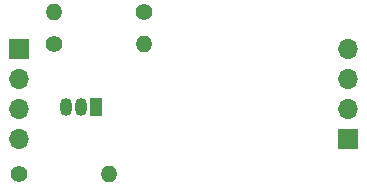
<source format=gbr>
%TF.GenerationSoftware,KiCad,Pcbnew,8.0.6*%
%TF.CreationDate,2024-12-07T18:41:01+09:00*%
%TF.ProjectId,ActuKit,41637475-4b69-4742-9e6b-696361645f70,rev?*%
%TF.SameCoordinates,Original*%
%TF.FileFunction,Copper,L2,Bot*%
%TF.FilePolarity,Positive*%
%FSLAX46Y46*%
G04 Gerber Fmt 4.6, Leading zero omitted, Abs format (unit mm)*
G04 Created by KiCad (PCBNEW 8.0.6) date 2024-12-07 18:41:01*
%MOMM*%
%LPD*%
G01*
G04 APERTURE LIST*
%TA.AperFunction,ComponentPad*%
%ADD10C,1.400000*%
%TD*%
%TA.AperFunction,ComponentPad*%
%ADD11O,1.400000X1.400000*%
%TD*%
%TA.AperFunction,ComponentPad*%
%ADD12R,1.050000X1.500000*%
%TD*%
%TA.AperFunction,ComponentPad*%
%ADD13O,1.050000X1.500000*%
%TD*%
%TA.AperFunction,ComponentPad*%
%ADD14R,1.700000X1.700000*%
%TD*%
%TA.AperFunction,ComponentPad*%
%ADD15O,1.700000X1.700000*%
%TD*%
G04 APERTURE END LIST*
D10*
%TO.P,R3,1*%
%TO.N,Net-(Q1-C)*%
X134200000Y-104700000D03*
D11*
%TO.P,R3,2*%
%TO.N,VDD*%
X141820000Y-104700000D03*
%TD*%
D10*
%TO.P,R2,1*%
%TO.N,Net-(J1-Pin_1)*%
X131200000Y-115700000D03*
D11*
%TO.P,R2,2*%
%TO.N,Net-(Q1-B)*%
X138820000Y-115700000D03*
%TD*%
D10*
%TO.P,R1,1*%
%TO.N,Net-(U2-FIN)*%
X141800000Y-102000000D03*
D11*
%TO.P,R1,2*%
%TO.N,Net-(J1-Pin_1)*%
X134180000Y-102000000D03*
%TD*%
D12*
%TO.P,Q1,1,E*%
%TO.N,GNDPWR*%
X137700000Y-110040000D03*
D13*
%TO.P,Q1,2,C*%
%TO.N,Net-(Q1-C)*%
X136430000Y-110040000D03*
%TO.P,Q1,3,B*%
%TO.N,Net-(Q1-B)*%
X135160000Y-110040000D03*
%TD*%
D14*
%TO.P,J2,1,Pin_1*%
%TO.N,GNDPWR*%
X159100000Y-112700000D03*
D15*
%TO.P,J2,2,Pin_2*%
X159100000Y-110160000D03*
%TO.P,J2,3,Pin_3*%
%TO.N,VDD*%
X159100000Y-107620000D03*
%TO.P,J2,4,Pin_4*%
X159100000Y-105080000D03*
%TD*%
D14*
%TO.P,J1,1,Pin_1*%
%TO.N,Net-(J1-Pin_1)*%
X131200000Y-105120000D03*
D15*
%TO.P,J1,2,Pin_2*%
X131200000Y-107660000D03*
%TO.P,J1,3,Pin_3*%
X131200000Y-110200000D03*
%TO.P,J1,4,Pin_4*%
X131200000Y-112740000D03*
%TD*%
M02*

</source>
